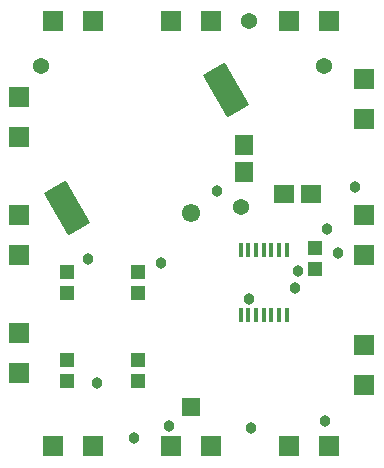
<source format=gbr>
%FSLAX23Y23*%
%MOIN*%
G04 EasyPC Gerber Version 16.0.6 Build 3249 *
%ADD28R,0.01584X0.04537*%
%ADD74R,0.04537X0.04891*%
%ADD75R,0.06100X0.06600*%
%ADD72R,0.06100X0.06100*%
%ADD27R,0.06900X0.06900*%
%ADD78C,0.03800*%
%ADD77C,0.05400*%
%ADD73C,0.06100*%
%ADD29R,0.06600X0.06100*%
%AMT76*0 Rectangle Pad at angle 30*21,1,0.08474,0.16348,0,0,30*%
%ADD76T76*%
X0Y0D02*
D02*
D27*
X4199Y4617D03*
Y4751D03*
Y5010D03*
Y5144D03*
Y5404D03*
Y5538D03*
X4310Y4373D03*
Y5790D03*
X4444Y4373D03*
Y5790D03*
X4703Y4373D03*
Y5790D03*
X4837Y4373D03*
Y5790D03*
X5097Y4373D03*
Y5790D03*
X5231Y4373D03*
Y5790D03*
X5349Y4577D03*
Y4711D03*
Y5010D03*
Y5144D03*
Y5463D03*
Y5597D03*
D02*
D28*
X4937Y4812D03*
Y5028D03*
X4962Y4812D03*
Y5028D03*
X4988Y4812D03*
Y5028D03*
X5013Y4812D03*
Y5028D03*
X5039Y4812D03*
Y5028D03*
X5065Y4812D03*
Y5028D03*
X5090Y4812D03*
Y5028D03*
D02*
D29*
X5080Y5215D03*
X5170D03*
D02*
D72*
X4770Y4506D03*
D02*
D73*
Y5150D03*
D02*
D74*
X4357Y4590D03*
Y4660D03*
Y4885D03*
Y4955D03*
X4593Y4590D03*
Y4660D03*
Y4885D03*
Y4955D03*
X5184Y4964D03*
Y5034D03*
D02*
D75*
X4947Y5288D03*
Y5378D03*
D02*
D76*
X4357Y5168D03*
X4888Y5562D03*
D02*
D77*
X4270Y5640D03*
X4936Y5172D03*
X4963Y5790D03*
X5215Y5640D03*
D02*
D78*
X4428Y4999D03*
X4459Y4585D03*
X4581Y4400D03*
X4672Y4983D03*
X4699Y4440D03*
X4857Y5223D03*
X4963Y4865D03*
X4971Y4436D03*
X5117Y4900D03*
X5128Y4959D03*
X5219Y4459D03*
X5223Y5097D03*
X5262Y5018D03*
X5317Y5239D03*
X0Y0D02*
M02*

</source>
